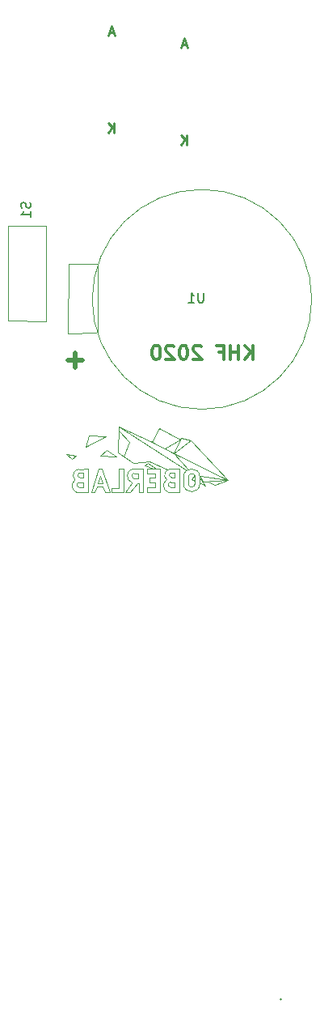
<source format=gbr>
%TF.GenerationSoftware,KiCad,Pcbnew,(5.1.9)-1*%
%TF.CreationDate,2021-04-10T08:00:10+02:00*%
%TF.ProjectId,Fledermaus3,466c6564-6572-46d6-9175-73332e6b6963,rev?*%
%TF.SameCoordinates,Original*%
%TF.FileFunction,Legend,Bot*%
%TF.FilePolarity,Positive*%
%FSLAX46Y46*%
G04 Gerber Fmt 4.6, Leading zero omitted, Abs format (unit mm)*
G04 Created by KiCad (PCBNEW (5.1.9)-1) date 2021-04-10 08:00:10*
%MOMM*%
%LPD*%
G01*
G04 APERTURE LIST*
%ADD10C,0.300000*%
%ADD11C,0.250000*%
%ADD12C,0.500000*%
%ADD13C,0.120000*%
%ADD14C,0.010000*%
%ADD15C,0.050000*%
%ADD16C,0.150000*%
G04 APERTURE END LIST*
D10*
X9750000Y-21678571D02*
X9750000Y-20178571D01*
X8892857Y-21678571D02*
X9535714Y-20821428D01*
X8892857Y-20178571D02*
X9750000Y-21035714D01*
X8250000Y-21678571D02*
X8250000Y-20178571D01*
X8250000Y-20892857D02*
X7392857Y-20892857D01*
X7392857Y-21678571D02*
X7392857Y-20178571D01*
X6178571Y-20892857D02*
X6678571Y-20892857D01*
X6678571Y-21678571D02*
X6678571Y-20178571D01*
X5964285Y-20178571D01*
X4321428Y-20321428D02*
X4250000Y-20250000D01*
X4107142Y-20178571D01*
X3750000Y-20178571D01*
X3607142Y-20250000D01*
X3535714Y-20321428D01*
X3464285Y-20464285D01*
X3464285Y-20607142D01*
X3535714Y-20821428D01*
X4392857Y-21678571D01*
X3464285Y-21678571D01*
X2535714Y-20178571D02*
X2392857Y-20178571D01*
X2250000Y-20250000D01*
X2178571Y-20321428D01*
X2107142Y-20464285D01*
X2035714Y-20750000D01*
X2035714Y-21107142D01*
X2107142Y-21392857D01*
X2178571Y-21535714D01*
X2250000Y-21607142D01*
X2392857Y-21678571D01*
X2535714Y-21678571D01*
X2678571Y-21607142D01*
X2750000Y-21535714D01*
X2821428Y-21392857D01*
X2892857Y-21107142D01*
X2892857Y-20750000D01*
X2821428Y-20464285D01*
X2750000Y-20321428D01*
X2678571Y-20250000D01*
X2535714Y-20178571D01*
X1464285Y-20321428D02*
X1392857Y-20250000D01*
X1250000Y-20178571D01*
X892857Y-20178571D01*
X750000Y-20250000D01*
X678571Y-20321428D01*
X607142Y-20464285D01*
X607142Y-20607142D01*
X678571Y-20821428D01*
X1535714Y-21678571D01*
X607142Y-21678571D01*
X-321428Y-20178571D02*
X-464285Y-20178571D01*
X-607142Y-20250000D01*
X-678571Y-20321428D01*
X-749999Y-20464285D01*
X-821428Y-20750000D01*
X-821428Y-21107142D01*
X-749999Y-21392857D01*
X-678571Y-21535714D01*
X-607142Y-21607142D01*
X-464285Y-21678571D01*
X-321428Y-21678571D01*
X-178571Y-21607142D01*
X-107142Y-21535714D01*
X-35714Y-21392857D01*
X35714Y-21107142D01*
X35714Y-20750000D01*
X-35714Y-20464285D01*
X-107142Y-20321428D01*
X-178571Y-20250000D01*
X-321428Y-20178571D01*
D11*
X-4841904Y12533333D02*
X-5318095Y12533333D01*
X-4746666Y12247619D02*
X-5080000Y13247619D01*
X-5413333Y12247619D01*
X2778095Y11263333D02*
X2301904Y11263333D01*
X2873333Y10977619D02*
X2540000Y11977619D01*
X2206666Y10977619D01*
X-4818095Y2087619D02*
X-4818095Y3087619D01*
X-5389523Y2087619D02*
X-4960952Y2659047D01*
X-5389523Y3087619D02*
X-4818095Y2516190D01*
X2801904Y817619D02*
X2801904Y1817619D01*
X2230476Y817619D02*
X2659047Y1389047D01*
X2230476Y1817619D02*
X2801904Y1246190D01*
D12*
X-8128095Y-21732857D02*
X-9651904Y-21732857D01*
X-8890000Y-22494761D02*
X-8890000Y-20970952D01*
D13*
%TO.C,G\u002A\u002A\u002A*%
X-2883731Y-33094594D02*
G75*
G03*
X-2899999Y-34549999I233731J-730406D01*
G01*
X2475000Y-34650000D02*
G75*
G03*
X4175000Y-34650000I850000J0D01*
G01*
X-8876256Y-34266064D02*
G75*
G03*
X-8699999Y-35574999I426256J-608936D01*
G01*
X-2775000Y-33550001D02*
G75*
G03*
X-2774999Y-34099999I125000J-274999D01*
G01*
X2975000Y-34650000D02*
G75*
G03*
X3675000Y-34650000I350000J0D01*
G01*
X3675000Y-33950000D02*
G75*
G03*
X2975000Y-33950000I-350000J0D01*
G01*
X-8450001Y-34520050D02*
G75*
G03*
X-8499999Y-35024999I1J-254950D01*
G01*
X-8289366Y-33532464D02*
G75*
G03*
X-8350000Y-34025000I-60634J-242536D01*
G01*
X698744Y-34241064D02*
G75*
G03*
X875001Y-35549999I426256J-608936D01*
G01*
X-8450000Y-33138605D02*
G75*
G03*
X-8899999Y-34224999I0J-636395D01*
G01*
X1124999Y-34495050D02*
G75*
G03*
X1075001Y-34999999I1J-254950D01*
G01*
X4175000Y-33950000D02*
G75*
G03*
X2475000Y-33950000I-850000J0D01*
G01*
X1125000Y-33113605D02*
G75*
G03*
X675001Y-34199999I0J-636395D01*
G01*
X1285634Y-33507464D02*
G75*
G03*
X1225000Y-34000000I-60634J-242536D01*
G01*
X-5975000Y-34975000D02*
X-6575000Y-34975000D01*
X-4300000Y-35100000D02*
X-5050000Y-35100000D01*
X-5050000Y-35550000D02*
X-3800000Y-35550000D01*
D14*
G36*
X12544723Y-88545226D02*
G01*
X12608542Y-88609045D01*
X12672361Y-88545226D01*
X12608542Y-88481407D01*
X12544723Y-88545226D01*
G37*
X12544723Y-88545226D02*
X12608542Y-88609045D01*
X12672361Y-88545226D01*
X12608542Y-88481407D01*
X12544723Y-88545226D01*
D13*
X-3825000Y-33100000D02*
X-4275000Y-33100000D01*
X4175000Y-34650000D02*
X4175000Y-33950000D01*
X2475000Y-33950000D02*
X2475000Y-34650000D01*
X-25000Y-33100000D02*
X25000Y-35550000D01*
X25000Y-35550000D02*
X-75000Y-35550000D01*
X-7225000Y-35575000D02*
X-6450000Y-33125000D01*
X-475000Y-34050000D02*
X-475000Y-33600000D01*
X1525000Y-33550000D02*
X1525000Y-34000000D01*
X-1125000Y-34050000D02*
X-475000Y-34050000D01*
X-6450000Y-33125000D02*
X-6125000Y-33125000D01*
X-6825000Y-35575000D02*
X-7225000Y-35575000D01*
X-1125000Y-34500000D02*
X-1125000Y-34050000D01*
X-3800000Y-35550000D02*
X-3825000Y-33100000D01*
X-4275000Y-33100000D02*
X-4300000Y-35100000D01*
D15*
X1475000Y-31450000D02*
X2950000Y-33175000D01*
D13*
X-5725000Y-35575000D02*
X-5225000Y-35575000D01*
X-1325000Y-33600000D02*
X-1325000Y-33100000D01*
X-475000Y-34500000D02*
X-1125000Y-34500000D01*
X-6125000Y-33125000D02*
X-5225000Y-35575000D01*
X-1325000Y-33100000D02*
X-25000Y-33100000D01*
X-6000000Y-34575000D02*
X-6500000Y-34575000D01*
X1525000Y-34000000D02*
X1225000Y-34000000D01*
X-475000Y-33600000D02*
X-1325000Y-33600000D01*
X-5725000Y-35575000D02*
X-5975000Y-34975000D01*
X-6575000Y-34975000D02*
X-6825000Y-35575000D01*
X-5050000Y-35100000D02*
X-5050000Y-35550000D01*
X-2375000Y-34600000D02*
X-3125000Y-35550000D01*
X-3525000Y-35550000D02*
X-3625000Y-35550000D01*
X-2225000Y-35550000D02*
X-2225000Y-34600000D01*
D15*
X-7825000Y-30825000D02*
X-7475000Y-29650000D01*
X2200000Y-29875000D02*
X1475000Y-31450000D01*
X-100000Y-28875000D02*
X-850000Y-30300000D01*
D13*
X-7550000Y-33125000D02*
X-7500000Y-35575000D01*
D15*
X-4550000Y-31850000D02*
X-5550000Y-31175000D01*
X-4350000Y-29075000D02*
X-3225000Y-30300000D01*
X-3225000Y-30300000D02*
X-3800000Y-31800000D01*
D13*
X3675000Y-33950000D02*
X3675000Y-34650000D01*
X2075000Y-35550000D02*
X875000Y-35550000D01*
D15*
X5800000Y-34775000D02*
X4975000Y-34425000D01*
D13*
X-7500000Y-35575000D02*
X-8700000Y-35575000D01*
X-8050000Y-34525000D02*
X-8050000Y-35025000D01*
X-8050001Y-34520050D02*
X-8450001Y-34520050D01*
X-2883731Y-33094594D02*
X-1775000Y-33100000D01*
X-75000Y-35550000D02*
X-1325000Y-35550000D01*
X-6500000Y-34575000D02*
X-6275000Y-33825000D01*
X-6275000Y-33825000D02*
X-6000000Y-34575000D01*
D15*
X1475000Y-31450000D02*
X7125000Y-34300000D01*
D13*
X-8450000Y-33138605D02*
X-7550000Y-33125000D01*
X1524999Y-34495050D02*
X1124999Y-34495050D01*
X-8050000Y-33525000D02*
X-8300000Y-33525000D01*
D15*
X-8775000Y-31700000D02*
X-9775000Y-31550000D01*
X4175000Y-34550000D02*
X4725000Y-34825000D01*
D13*
X1125000Y-33113605D02*
X2025000Y-33100000D01*
D15*
X3625000Y-33800000D02*
X3300000Y-34200000D01*
X3225000Y-30125000D02*
X1475000Y-31450000D01*
X-1625000Y-32750000D02*
X-650000Y-33100000D01*
D13*
X2975000Y-33950000D02*
X2975000Y-34600000D01*
X-1325000Y-35050000D02*
X-475000Y-35050000D01*
X-475000Y-35050000D02*
X-475000Y-34500000D01*
X-2275000Y-34100000D02*
X-2775000Y-34100000D01*
X1525000Y-33500000D02*
X1275000Y-33500000D01*
X-8050000Y-33575000D02*
X-8050000Y-34025000D01*
D15*
X-6250000Y-31750000D02*
X-4575000Y-31850000D01*
X4725000Y-34825000D02*
X4150000Y-34025000D01*
X-5675000Y-29700000D02*
X-7825000Y-30825000D01*
X2775000Y-33275000D02*
X-4325000Y-28675000D01*
X3300000Y-34200000D02*
X3675000Y-34375000D01*
X-7475000Y-29650000D02*
X-5675000Y-29700000D01*
D13*
X-8050000Y-34025000D02*
X-8350000Y-34025000D01*
X-2275000Y-33550000D02*
X-2275000Y-34100000D01*
X-3625000Y-35550000D02*
X-2925000Y-34600000D01*
X-8050000Y-35025000D02*
X-8500000Y-35025000D01*
D15*
X-4325000Y-28675000D02*
X-4400000Y-31400000D01*
X-850000Y-30300000D02*
X1475000Y-31450000D01*
X-5550000Y-31175000D02*
X-6250000Y-31750000D01*
X-850000Y-30300000D02*
X-4325000Y-28675000D01*
D13*
X-1775000Y-35550000D02*
X-2225000Y-35550000D01*
X-2225000Y-34600000D02*
X-2375000Y-34600000D01*
X-1325000Y-35550000D02*
X-1325000Y-35050000D01*
X-3125000Y-35550000D02*
X-3525000Y-35550000D01*
D15*
X-9775000Y-31550000D02*
X-9200000Y-32025000D01*
D13*
X1525000Y-34500000D02*
X1525000Y-35000000D01*
D15*
X-9200000Y-32025000D02*
X-8775000Y-31700000D01*
X3225000Y-30125000D02*
X2200000Y-29875000D01*
D13*
X2025000Y-33100000D02*
X2075000Y-35550000D01*
X1525000Y-35000000D02*
X1075000Y-35000000D01*
X-1775000Y-33100000D02*
X-1775000Y-35550000D01*
D15*
X-450000Y-33075000D02*
X-1225000Y-32475000D01*
X-1225000Y-32475000D02*
X-1625000Y-32750000D01*
D13*
X-2725000Y-33550000D02*
X-2275000Y-33550000D01*
D15*
X7125000Y-34300000D02*
X4225000Y-33825000D01*
X7125000Y-34300000D02*
X3225000Y-30125000D01*
X-4400000Y-31400000D02*
X-2775000Y-32525000D01*
X-2775000Y-32525000D02*
X-1100000Y-32300000D01*
X-1100000Y-32300000D02*
X725000Y-33200000D01*
X4450000Y-34450000D02*
X7125000Y-34300000D01*
X4225000Y-33825000D02*
X4450000Y-34450000D01*
X7125000Y-34300000D02*
X5800000Y-34775000D01*
X2100000Y-30050000D02*
X525000Y-30950000D01*
X-100000Y-28875000D02*
X2100000Y-30050000D01*
D13*
%TO.C,S1*%
X-11963400Y-17627600D02*
X-11963400Y-7670800D01*
X-11963400Y-7670800D02*
X-15900400Y-7670800D01*
X-15900400Y-7670800D02*
X-15900400Y-17627600D01*
X-15900400Y-17627600D02*
X-11963400Y-17653000D01*
%TO.C,U1*%
X15902718Y-15370001D02*
G75*
G03*
X15902718Y-15370001I-11500000J0D01*
G01*
X-6553200Y-19002201D02*
X-6502400Y-11636201D01*
X-6502400Y-11636201D02*
X-9601200Y-11636201D01*
X-9601200Y-11636201D02*
X-9652000Y-18951401D01*
X-9652000Y-18951401D02*
X-6654800Y-18900601D01*
%TO.C,S1*%
D16*
X-13595238Y-5238095D02*
X-13547619Y-5380952D01*
X-13547619Y-5619047D01*
X-13595238Y-5714285D01*
X-13642857Y-5761904D01*
X-13738095Y-5809523D01*
X-13833333Y-5809523D01*
X-13928571Y-5761904D01*
X-13976190Y-5714285D01*
X-14023809Y-5619047D01*
X-14071428Y-5428571D01*
X-14119047Y-5333333D01*
X-14166666Y-5285714D01*
X-14261904Y-5238095D01*
X-14357142Y-5238095D01*
X-14452380Y-5285714D01*
X-14500000Y-5333333D01*
X-14547619Y-5428571D01*
X-14547619Y-5666666D01*
X-14500000Y-5809523D01*
X-13547619Y-6761904D02*
X-13547619Y-6190476D01*
X-13547619Y-6476190D02*
X-14547619Y-6476190D01*
X-14404761Y-6380952D01*
X-14309523Y-6285714D01*
X-14261904Y-6190476D01*
%TO.C,U1*%
X4571904Y-14692380D02*
X4571904Y-15501904D01*
X4524285Y-15597142D01*
X4476666Y-15644761D01*
X4381428Y-15692380D01*
X4190952Y-15692380D01*
X4095714Y-15644761D01*
X4048095Y-15597142D01*
X4000476Y-15501904D01*
X4000476Y-14692380D01*
X3000476Y-15692380D02*
X3571904Y-15692380D01*
X3286190Y-15692380D02*
X3286190Y-14692380D01*
X3381428Y-14835238D01*
X3476666Y-14930476D01*
X3571904Y-14978095D01*
%TD*%
M02*

</source>
